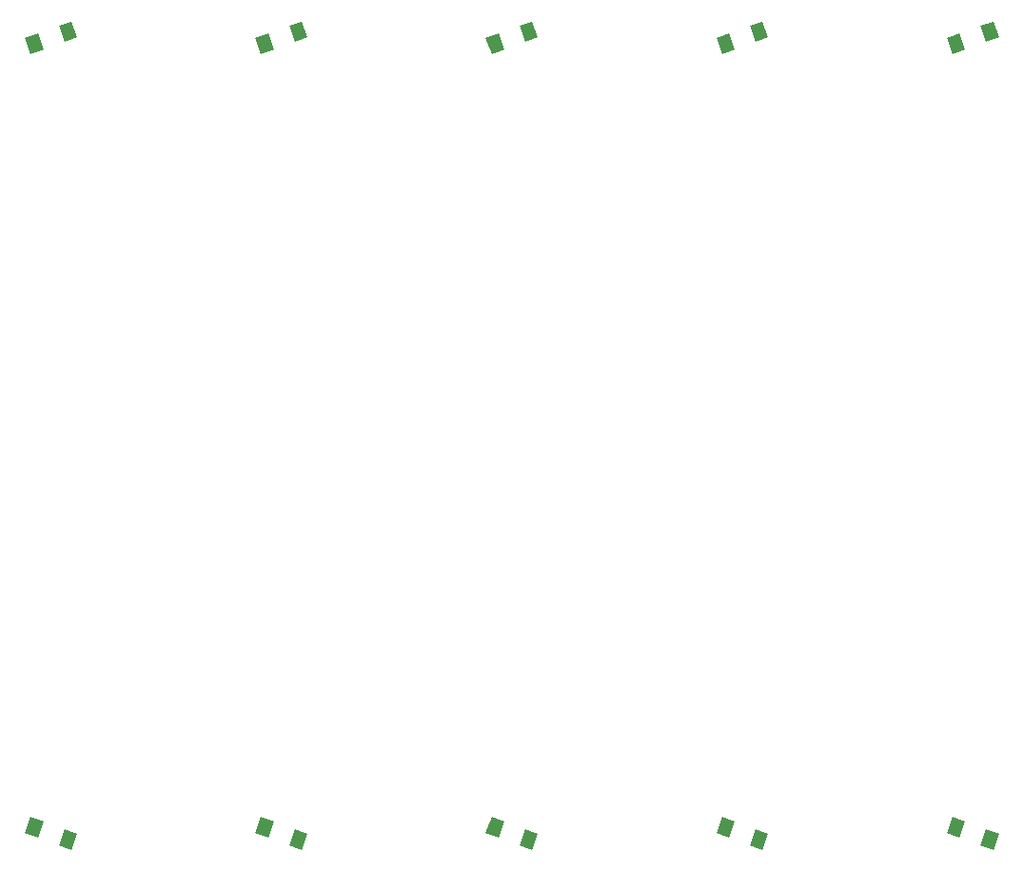
<source format=gtp>
G04 #@! TF.GenerationSoftware,KiCad,Pcbnew,(5.1.8)-1*
G04 #@! TF.CreationDate,2023-04-24T00:28:35+09:00*
G04 #@! TF.ProjectId,windsynth,77696e64-7379-46e7-9468-2e6b69636164,rev?*
G04 #@! TF.SameCoordinates,Original*
G04 #@! TF.FileFunction,Paste,Top*
G04 #@! TF.FilePolarity,Positive*
%FSLAX46Y46*%
G04 Gerber Fmt 4.6, Leading zero omitted, Abs format (unit mm)*
G04 Created by KiCad (PCBNEW (5.1.8)-1) date 2023-04-24 00:28:35*
%MOMM*%
%LPD*%
G01*
G04 APERTURE LIST*
%ADD10C,0.100000*%
G04 APERTURE END LIST*
D10*
G04 #@! TO.C,KeyA*
G36*
X169209328Y-57630234D02*
G01*
X168081697Y-58040659D01*
X167568666Y-56631120D01*
X168696297Y-56220695D01*
X169209328Y-57630234D01*
G37*
G36*
X172216345Y-56535769D02*
G01*
X171088714Y-56946194D01*
X170575683Y-55536655D01*
X171703314Y-55126230D01*
X172216345Y-56535769D01*
G37*
G04 #@! TD*
G04 #@! TO.C,KeyB*
G36*
X151716345Y-56535769D02*
G01*
X150588714Y-56946194D01*
X150075683Y-55536655D01*
X151203314Y-55126230D01*
X151716345Y-56535769D01*
G37*
G36*
X148709328Y-57630234D02*
G01*
X147581697Y-58040659D01*
X147068666Y-56631120D01*
X148196297Y-56220695D01*
X148709328Y-57630234D01*
G37*
G04 #@! TD*
G04 #@! TO.C,KeyD*
G36*
X188581697Y-125959341D02*
G01*
X189709328Y-126369766D01*
X189196297Y-127779305D01*
X188068666Y-127368880D01*
X188581697Y-125959341D01*
G37*
G36*
X191588714Y-127053806D02*
G01*
X192716345Y-127464231D01*
X192203314Y-128873770D01*
X191075683Y-128463345D01*
X191588714Y-127053806D01*
G37*
G04 #@! TD*
G04 #@! TO.C,KeyEb*
G36*
X212088714Y-127053806D02*
G01*
X213216345Y-127464231D01*
X212703314Y-128873770D01*
X211575683Y-128463345D01*
X212088714Y-127053806D01*
G37*
G36*
X209081697Y-125959341D02*
G01*
X210209328Y-126369766D01*
X209696297Y-127779305D01*
X208568666Y-127368880D01*
X209081697Y-125959341D01*
G37*
G04 #@! TD*
G04 #@! TO.C,KeyE*
G36*
X171088714Y-127053806D02*
G01*
X172216345Y-127464231D01*
X171703314Y-128873770D01*
X170575683Y-128463345D01*
X171088714Y-127053806D01*
G37*
G36*
X168081697Y-125959341D02*
G01*
X169209328Y-126369766D01*
X168696297Y-127779305D01*
X167568666Y-127368880D01*
X168081697Y-125959341D01*
G37*
G04 #@! TD*
G04 #@! TO.C,KeyF*
G36*
X147581697Y-125959341D02*
G01*
X148709328Y-126369766D01*
X148196297Y-127779305D01*
X147068666Y-127368880D01*
X147581697Y-125959341D01*
G37*
G36*
X150588714Y-127053806D02*
G01*
X151716345Y-127464231D01*
X151203314Y-128873770D01*
X150075683Y-128463345D01*
X150588714Y-127053806D01*
G37*
G04 #@! TD*
G04 #@! TO.C,KeyG*
G36*
X189709328Y-57630234D02*
G01*
X188581697Y-58040659D01*
X188068666Y-56631120D01*
X189196297Y-56220695D01*
X189709328Y-57630234D01*
G37*
G36*
X192716345Y-56535769D02*
G01*
X191588714Y-56946194D01*
X191075683Y-55536655D01*
X192203314Y-55126230D01*
X192716345Y-56535769D01*
G37*
G04 #@! TD*
G04 #@! TO.C,KeyGs*
G36*
X213216345Y-56535769D02*
G01*
X212088714Y-56946194D01*
X211575683Y-55536655D01*
X212703314Y-55126230D01*
X213216345Y-56535769D01*
G37*
G36*
X210209328Y-57630234D02*
G01*
X209081697Y-58040659D01*
X208568666Y-56631120D01*
X209696297Y-56220695D01*
X210209328Y-57630234D01*
G37*
G04 #@! TD*
G04 #@! TO.C,KeyLowC*
G36*
X229581697Y-125959341D02*
G01*
X230709328Y-126369766D01*
X230196297Y-127779305D01*
X229068666Y-127368880D01*
X229581697Y-125959341D01*
G37*
G36*
X232588714Y-127053806D02*
G01*
X233716345Y-127464231D01*
X233203314Y-128873770D01*
X232075683Y-128463345D01*
X232588714Y-127053806D01*
G37*
G04 #@! TD*
G04 #@! TO.C,KeyLowCs*
G36*
X230709328Y-57630234D02*
G01*
X229581697Y-58040659D01*
X229068666Y-56631120D01*
X230196297Y-56220695D01*
X230709328Y-57630234D01*
G37*
G36*
X233716345Y-56535769D02*
G01*
X232588714Y-56946194D01*
X232075683Y-55536655D01*
X233203314Y-55126230D01*
X233716345Y-56535769D01*
G37*
G04 #@! TD*
M02*

</source>
